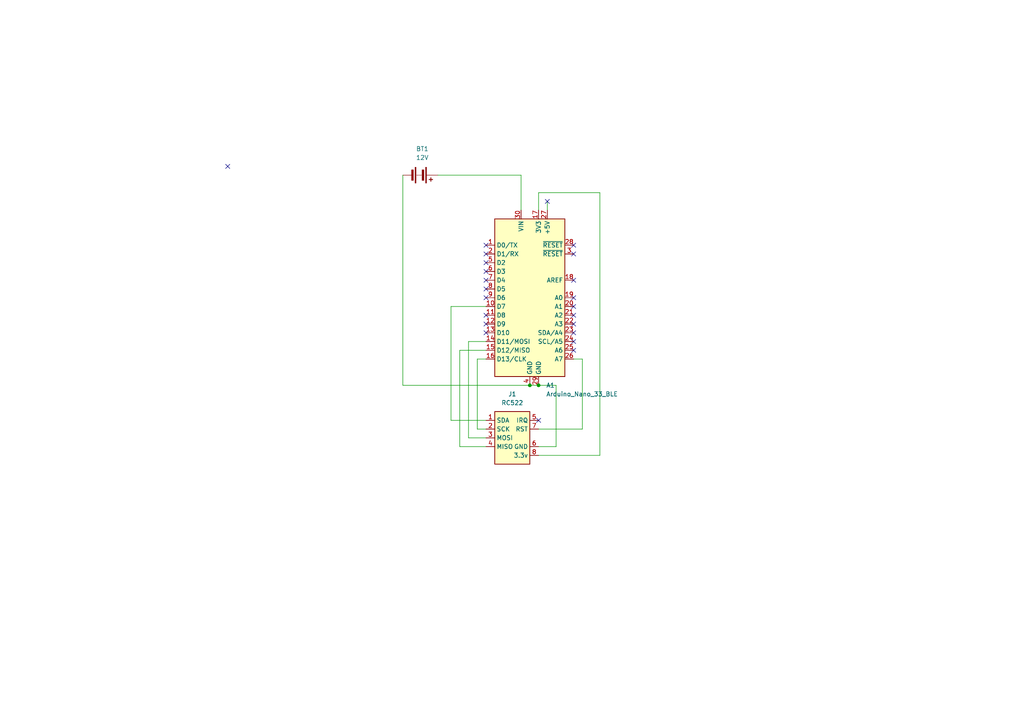
<source format=kicad_sch>
(kicad_sch (version 20231120) (generator "eeschema") (generator_version "8.0")
  (paper "A4")
  (lib_symbols
    (symbol "Device:Battery" (pin_numbers hide) (pin_names (offset 0) hide)
      (property "Reference" "BT1" (at -7.62 0.5715 90))
      (property "Value" "9V" (at -5.08 0.5715 90))
      (symbol "Battery_0_1"
        (rectangle (start -2.286 -1.27) (end 2.286 -1.524) (fill (type outline)))
        (rectangle (start -2.286 1.778) (end 2.286 1.524) (fill (type outline)))
        (rectangle (start -1.524 -2.032) (end 1.524 -2.54) (fill (type outline)))
        (rectangle (start -1.524 1.016) (end 1.524 0.508) (fill (type outline)))
        (polyline (pts (xy 0 -1.016) (xy 0 -0.762)))
        (polyline (pts (xy 0 -0.508) (xy 0 -0.254)))
        (polyline (pts (xy 0 0) (xy 0 0.254)))
        (polyline (pts (xy 0 1.778) (xy 0 2.54)))
        (polyline (pts (xy 0.762 3.048) (xy 1.778 3.048)) (stroke (width 0.254)))
        (polyline (pts (xy 1.27 3.556) (xy 1.27 2.54)) (stroke (width 0.254)))
      )
      (symbol "Battery_1_1"
        (pin power_out line (at 0 5.08 270) (length 2.54) (name "+") (number "1"))
        (pin power_out line (at 0 -5.08 90) (length 2.54) (name "-") (number "2"))
      )
    )
    (symbol "MCU_Module:Arduino_Nano_33_BLE"
      (property "Reference" "A" (at -10.16 23.495 0))
      (property "Value" "Arduino_Nano_33_BLE" (at 5.08 -24.13 0))
      (symbol "Arduino_Nano_33_BLE_0_1"
        (rectangle (start -10.16 22.86) (end 10.16 -22.86) (stroke (width 0.254)) (fill (type background)))
      )
      (symbol "Arduino_Nano_33_BLE_1_1"
        (pin bidirectional line (at -12.7 15.24 0) (length 2.54) (name "D0/TX") (number "1"))
        (pin bidirectional line (at -12.7 -2.54 0) (length 2.54) (name "D7") (number "10"))
        (pin bidirectional line (at -12.7 -5.08 0) (length 2.54) (name "D8") (number "11"))
        (pin bidirectional line (at -12.7 -7.62 0) (length 2.54) (name "D9") (number "12"))
        (pin bidirectional line (at -12.7 -10.16 0) (length 2.54) (name "D10") (number "13"))
        (pin bidirectional line (at -12.7 -12.7 0) (length 2.54) (name "D11/MOSI") (number "14"))
        (pin bidirectional line (at -12.7 -15.24 0) (length 2.54) (name "D12/MISO") (number "15"))
        (pin bidirectional line (at -12.7 -17.78 0) (length 2.54) (name "D13/CLK") (number "16"))
        (pin power_out line (at 2.54 25.4 270) (length 2.54) (name "3V3") (number "17"))
        (pin input line (at 12.7 5.08 180) (length 2.54) (name "AREF") (number "18"))
        (pin bidirectional line (at 12.7 0 180) (length 2.54) (name "A0") (number "19"))
        (pin bidirectional line (at -12.7 12.7 0) (length 2.54) (name "D1/RX") (number "2"))
        (pin bidirectional line (at 12.7 -2.54 180) (length 2.54) (name "A1") (number "20"))
        (pin bidirectional line (at 12.7 -5.08 180) (length 2.54) (name "A2") (number "21"))
        (pin bidirectional line (at 12.7 -7.62 180) (length 2.54) (name "A3") (number "22"))
        (pin bidirectional line (at 12.7 -10.16 180) (length 2.54) (name "SDA/A4") (number "23"))
        (pin bidirectional line (at 12.7 -12.7 180) (length 2.54) (name "SCL/A5") (number "24"))
        (pin bidirectional line (at 12.7 -15.24 180) (length 2.54) (name "A6") (number "25"))
        (pin bidirectional line (at 12.7 -17.78 180) (length 2.54) (name "A7") (number "26"))
        (pin power_out line (at 5.08 25.4 270) (length 2.54) (name "+5V") (number "27"))
        (pin input line (at 12.7 15.24 180) (length 2.54) (name "~{RESET}") (number "28"))
        (pin power_in line (at 2.54 -25.4 90) (length 2.54) (name "GND") (number "29"))
        (pin input line (at 12.7 12.7 180) (length 2.54) (name "~{RESET}") (number "3"))
        (pin power_in line (at -2.54 25.4 270) (length 2.54) (name "VIN") (number "30"))
        (pin power_in line (at 0 -25.4 90) (length 2.54) (name "GND") (number "4"))
        (pin bidirectional line (at -12.7 10.16 0) (length 2.54) (name "D2") (number "5"))
        (pin bidirectional line (at -12.7 7.62 0) (length 2.54) (name "D3") (number "6"))
        (pin bidirectional line (at -12.7 5.08 0) (length 2.54) (name "D4") (number "7"))
        (pin bidirectional line (at -12.7 2.54 0) (length 2.54) (name "D5") (number "8"))
        (pin bidirectional line (at -12.7 0 0) (length 2.54) (name "D6") (number "9"))
      )
    )
    (symbol "RF_RFID:RC522"
      (property "Reference" "U" (at -5.08 8.89 0))
      (property "Value" "RC522" (at 0 8.89 0))
      (symbol "RC522_0_1"
        (rectangle (start -5.08 7.62) (end 5.08 -7.62) (stroke (width 0.254)) (fill (type background)))
      )
      (symbol "RC522_1_1"
        (pin input line (at -7.62 5.08 0) (length 2.54) (name "SDA") (number "1"))
        (pin input line (at -7.62 2.54 0) (length 2.54) (name "SCK") (number "2"))
        (pin input line (at -7.62 0 0) (length 2.54) (name "MOSI") (number "3"))
        (pin output line (at -7.62 -2.54 0) (length 2.54) (name "MISO") (number "4"))
        (pin output line (at 7.62 5.08 180) (length 2.54) (name "IRQ") (number "5"))
        (pin power_in line (at 7.62 -2.54 180) (length 2.54) (name "GND") (number "6"))
        (pin input line (at 7.62 2.54 180) (length 2.54) (name "RST") (number "7"))
        (pin power_in line (at 7.62 -5.08 180) (length 2.54) (name "3.3v") (number "8"))
      )
    )
  )
  (junction (at 156.21 111.76))
  (junction (at 153.67 111.76))
  (no_connect (at 166.37 71.12))
  (no_connect (at 166.37 101.6))
  (no_connect (at 140.97 71.12))
  (no_connect (at 166.37 73.66))
  (no_connect (at 140.97 93.98))
  (no_connect (at 158.75 58.42))
  (no_connect (at 166.37 99.06))
  (no_connect (at 140.97 86.36))
  (no_connect (at 166.37 86.36))
  (no_connect (at 166.37 91.44))
  (no_connect (at 140.97 76.2))
  (no_connect (at 166.37 88.9))
  (no_connect (at 140.97 83.82))
  (no_connect (at 166.37 96.52))
  (no_connect (at 140.97 73.66))
  (no_connect (at 166.37 93.98))
  (no_connect (at 140.97 91.44))
  (no_connect (at 140.97 96.52))
  (no_connect (at 66.04 48.26))
  (no_connect (at 140.97 81.28))
  (no_connect (at 156.21 121.92))
  (no_connect (at 140.97 78.74))
  (no_connect (at 166.37 81.28))
  (wire (pts (xy 156.21 111.76) (xy 161.29 111.76)))
  (wire (pts (xy 138.43 124.46) (xy 140.97 124.46)))
  (wire (pts (xy 135.89 127) (xy 135.89 99.06)))
  (wire (pts (xy 156.21 129.54) (xy 161.29 129.54)))
  (wire (pts (xy 173.99 55.88) (xy 173.99 132.08)))
  (wire (pts (xy 168.91 104.14) (xy 168.91 124.46)))
  (wire (pts (xy 140.97 121.92) (xy 130.81 121.92)))
  (wire (pts (xy 173.99 55.88) (xy 156.21 55.88)))
  (wire (pts (xy 133.35 129.54) (xy 140.97 129.54)))
  (wire (pts (xy 151.13 50.8) (xy 151.13 60.96)))
  (wire (pts (xy 156.21 132.08) (xy 173.99 132.08)))
  (wire (pts (xy 130.81 121.92) (xy 130.81 88.9)))
  (wire (pts (xy 156.21 55.88) (xy 156.21 60.96)))
  (wire (pts (xy 116.84 50.8) (xy 116.84 111.76)))
  (wire (pts (xy 138.43 104.14) (xy 138.43 124.46)))
  (wire (pts (xy 168.91 124.46) (xy 156.21 124.46)))
  (wire (pts (xy 133.35 101.6) (xy 133.35 129.54)))
  (wire (pts (xy 135.89 99.06) (xy 140.97 99.06)))
  (wire (pts (xy 130.81 88.9) (xy 140.97 88.9)))
  (wire (pts (xy 158.75 58.42) (xy 158.75 60.96)))
  (wire (pts (xy 116.84 111.76) (xy 153.67 111.76)))
  (wire (pts (xy 127 50.8) (xy 151.13 50.8)))
  (wire (pts (xy 135.89 127) (xy 140.97 127)))
  (wire (pts (xy 168.91 104.14) (xy 166.37 104.14)))
  (wire (pts (xy 161.29 129.54) (xy 161.29 111.76)))
  (wire (pts (xy 133.35 101.6) (xy 140.97 101.6)))
  (wire (pts (xy 153.67 111.76) (xy 156.21 111.76)))
  (wire (pts (xy 138.43 104.14) (xy 140.97 104.14)))
  (symbol (lib_id "MCU_Module:Arduino_Nano_33_BLE") (at 153.67 86.36 0) (unit 1)
    (property "Reference" "A1" (at 158.4041 111.76 0) (effects (justify left)))
    (property "Value" "Arduino_Nano_33_BLE" (at 158.4041 114.3 0) (effects (justify left)))
    (property "Footprint" "Module:Arduino_Nano" (effects (hide yes)))
    (property "Datasheet" "https://www.arduino.cc/en/uploads/Main/ArduinoNanoManual23.pdf" (effects (hide yes)))
    (property "Description" "Arduino Nano v2.x" (effects (hide yes)))
  )
  (symbol (lib_id "RF_RFID:RC522") (at 148.59 127 0) (unit 1)
    (property "Reference" "J1" (at 148.59 114.3 0))
    (property "Value" "RC522" (at 148.59 116.84 0))
  )
  (symbol (lib_id "Device:Battery") (at 121.92 50.8 270) (unit 1)
    (property "Reference" "BT1" (at 122.4915 43.18 90))
    (property "Value" "12V" (at 122.4915 45.72 90))
    (property "Footprint" "Connector:JWT_A3963_1x02_P3.96mm_Vertical" (effects (hide yes)))
    (property "Description" "Multiple-cell battery" (effects (hide yes)))
  )
)
</source>
